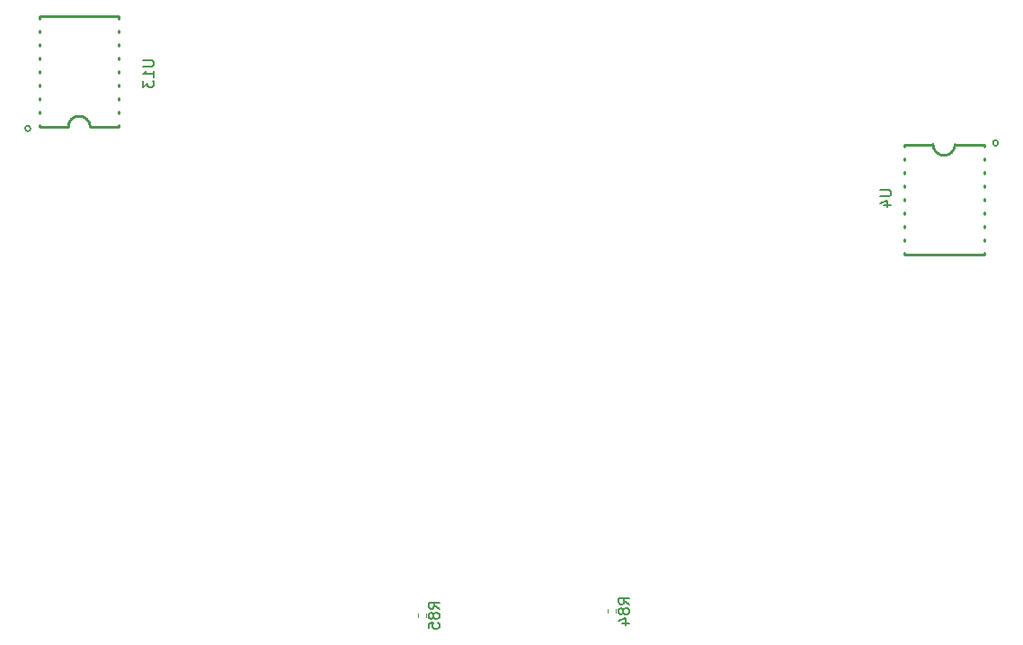
<source format=gbr>
%TF.GenerationSoftware,KiCad,Pcbnew,9.0.0*%
%TF.CreationDate,2025-06-09T15:05:36+02:00*%
%TF.ProjectId,stm32-fpga-bootloader,73746d33-322d-4667-9067-612d626f6f74,rev?*%
%TF.SameCoordinates,Original*%
%TF.FileFunction,Legend,Bot*%
%TF.FilePolarity,Positive*%
%FSLAX46Y46*%
G04 Gerber Fmt 4.6, Leading zero omitted, Abs format (unit mm)*
G04 Created by KiCad (PCBNEW 9.0.0) date 2025-06-09 15:05:36*
%MOMM*%
%LPD*%
G01*
G04 APERTURE LIST*
%ADD10C,0.150000*%
%ADD11C,0.120000*%
%ADD12C,0.254000*%
%ADD13C,0.127000*%
G04 APERTURE END LIST*
D10*
X158029819Y-121252142D02*
X157553628Y-120918809D01*
X158029819Y-120680714D02*
X157029819Y-120680714D01*
X157029819Y-120680714D02*
X157029819Y-121061666D01*
X157029819Y-121061666D02*
X157077438Y-121156904D01*
X157077438Y-121156904D02*
X157125057Y-121204523D01*
X157125057Y-121204523D02*
X157220295Y-121252142D01*
X157220295Y-121252142D02*
X157363152Y-121252142D01*
X157363152Y-121252142D02*
X157458390Y-121204523D01*
X157458390Y-121204523D02*
X157506009Y-121156904D01*
X157506009Y-121156904D02*
X157553628Y-121061666D01*
X157553628Y-121061666D02*
X157553628Y-120680714D01*
X157458390Y-121823571D02*
X157410771Y-121728333D01*
X157410771Y-121728333D02*
X157363152Y-121680714D01*
X157363152Y-121680714D02*
X157267914Y-121633095D01*
X157267914Y-121633095D02*
X157220295Y-121633095D01*
X157220295Y-121633095D02*
X157125057Y-121680714D01*
X157125057Y-121680714D02*
X157077438Y-121728333D01*
X157077438Y-121728333D02*
X157029819Y-121823571D01*
X157029819Y-121823571D02*
X157029819Y-122014047D01*
X157029819Y-122014047D02*
X157077438Y-122109285D01*
X157077438Y-122109285D02*
X157125057Y-122156904D01*
X157125057Y-122156904D02*
X157220295Y-122204523D01*
X157220295Y-122204523D02*
X157267914Y-122204523D01*
X157267914Y-122204523D02*
X157363152Y-122156904D01*
X157363152Y-122156904D02*
X157410771Y-122109285D01*
X157410771Y-122109285D02*
X157458390Y-122014047D01*
X157458390Y-122014047D02*
X157458390Y-121823571D01*
X157458390Y-121823571D02*
X157506009Y-121728333D01*
X157506009Y-121728333D02*
X157553628Y-121680714D01*
X157553628Y-121680714D02*
X157648866Y-121633095D01*
X157648866Y-121633095D02*
X157839342Y-121633095D01*
X157839342Y-121633095D02*
X157934580Y-121680714D01*
X157934580Y-121680714D02*
X157982200Y-121728333D01*
X157982200Y-121728333D02*
X158029819Y-121823571D01*
X158029819Y-121823571D02*
X158029819Y-122014047D01*
X158029819Y-122014047D02*
X157982200Y-122109285D01*
X157982200Y-122109285D02*
X157934580Y-122156904D01*
X157934580Y-122156904D02*
X157839342Y-122204523D01*
X157839342Y-122204523D02*
X157648866Y-122204523D01*
X157648866Y-122204523D02*
X157553628Y-122156904D01*
X157553628Y-122156904D02*
X157506009Y-122109285D01*
X157506009Y-122109285D02*
X157458390Y-122014047D01*
X157029819Y-123109285D02*
X157029819Y-122633095D01*
X157029819Y-122633095D02*
X157506009Y-122585476D01*
X157506009Y-122585476D02*
X157458390Y-122633095D01*
X157458390Y-122633095D02*
X157410771Y-122728333D01*
X157410771Y-122728333D02*
X157410771Y-122966428D01*
X157410771Y-122966428D02*
X157458390Y-123061666D01*
X157458390Y-123061666D02*
X157506009Y-123109285D01*
X157506009Y-123109285D02*
X157601247Y-123156904D01*
X157601247Y-123156904D02*
X157839342Y-123156904D01*
X157839342Y-123156904D02*
X157934580Y-123109285D01*
X157934580Y-123109285D02*
X157982200Y-123061666D01*
X157982200Y-123061666D02*
X158029819Y-122966428D01*
X158029819Y-122966428D02*
X158029819Y-122728333D01*
X158029819Y-122728333D02*
X157982200Y-122633095D01*
X157982200Y-122633095D02*
X157934580Y-122585476D01*
X175929819Y-120842142D02*
X175453628Y-120508809D01*
X175929819Y-120270714D02*
X174929819Y-120270714D01*
X174929819Y-120270714D02*
X174929819Y-120651666D01*
X174929819Y-120651666D02*
X174977438Y-120746904D01*
X174977438Y-120746904D02*
X175025057Y-120794523D01*
X175025057Y-120794523D02*
X175120295Y-120842142D01*
X175120295Y-120842142D02*
X175263152Y-120842142D01*
X175263152Y-120842142D02*
X175358390Y-120794523D01*
X175358390Y-120794523D02*
X175406009Y-120746904D01*
X175406009Y-120746904D02*
X175453628Y-120651666D01*
X175453628Y-120651666D02*
X175453628Y-120270714D01*
X175358390Y-121413571D02*
X175310771Y-121318333D01*
X175310771Y-121318333D02*
X175263152Y-121270714D01*
X175263152Y-121270714D02*
X175167914Y-121223095D01*
X175167914Y-121223095D02*
X175120295Y-121223095D01*
X175120295Y-121223095D02*
X175025057Y-121270714D01*
X175025057Y-121270714D02*
X174977438Y-121318333D01*
X174977438Y-121318333D02*
X174929819Y-121413571D01*
X174929819Y-121413571D02*
X174929819Y-121604047D01*
X174929819Y-121604047D02*
X174977438Y-121699285D01*
X174977438Y-121699285D02*
X175025057Y-121746904D01*
X175025057Y-121746904D02*
X175120295Y-121794523D01*
X175120295Y-121794523D02*
X175167914Y-121794523D01*
X175167914Y-121794523D02*
X175263152Y-121746904D01*
X175263152Y-121746904D02*
X175310771Y-121699285D01*
X175310771Y-121699285D02*
X175358390Y-121604047D01*
X175358390Y-121604047D02*
X175358390Y-121413571D01*
X175358390Y-121413571D02*
X175406009Y-121318333D01*
X175406009Y-121318333D02*
X175453628Y-121270714D01*
X175453628Y-121270714D02*
X175548866Y-121223095D01*
X175548866Y-121223095D02*
X175739342Y-121223095D01*
X175739342Y-121223095D02*
X175834580Y-121270714D01*
X175834580Y-121270714D02*
X175882200Y-121318333D01*
X175882200Y-121318333D02*
X175929819Y-121413571D01*
X175929819Y-121413571D02*
X175929819Y-121604047D01*
X175929819Y-121604047D02*
X175882200Y-121699285D01*
X175882200Y-121699285D02*
X175834580Y-121746904D01*
X175834580Y-121746904D02*
X175739342Y-121794523D01*
X175739342Y-121794523D02*
X175548866Y-121794523D01*
X175548866Y-121794523D02*
X175453628Y-121746904D01*
X175453628Y-121746904D02*
X175406009Y-121699285D01*
X175406009Y-121699285D02*
X175358390Y-121604047D01*
X175263152Y-122651666D02*
X175929819Y-122651666D01*
X174882200Y-122413571D02*
X175596485Y-122175476D01*
X175596485Y-122175476D02*
X175596485Y-122794523D01*
X199579819Y-81840845D02*
X200389342Y-81840845D01*
X200389342Y-81840845D02*
X200484580Y-81888464D01*
X200484580Y-81888464D02*
X200532200Y-81936083D01*
X200532200Y-81936083D02*
X200579819Y-82031321D01*
X200579819Y-82031321D02*
X200579819Y-82221797D01*
X200579819Y-82221797D02*
X200532200Y-82317035D01*
X200532200Y-82317035D02*
X200484580Y-82364654D01*
X200484580Y-82364654D02*
X200389342Y-82412273D01*
X200389342Y-82412273D02*
X199579819Y-82412273D01*
X199913152Y-83317035D02*
X200579819Y-83317035D01*
X199532200Y-83078940D02*
X200246485Y-82840845D01*
X200246485Y-82840845D02*
X200246485Y-83459892D01*
X130139819Y-69659155D02*
X130949342Y-69659155D01*
X130949342Y-69659155D02*
X131044580Y-69706774D01*
X131044580Y-69706774D02*
X131092200Y-69754393D01*
X131092200Y-69754393D02*
X131139819Y-69849631D01*
X131139819Y-69849631D02*
X131139819Y-70040107D01*
X131139819Y-70040107D02*
X131092200Y-70135345D01*
X131092200Y-70135345D02*
X131044580Y-70182964D01*
X131044580Y-70182964D02*
X130949342Y-70230583D01*
X130949342Y-70230583D02*
X130139819Y-70230583D01*
X131139819Y-71230583D02*
X131139819Y-70659155D01*
X131139819Y-70944869D02*
X130139819Y-70944869D01*
X130139819Y-70944869D02*
X130282676Y-70849631D01*
X130282676Y-70849631D02*
X130377914Y-70754393D01*
X130377914Y-70754393D02*
X130425533Y-70659155D01*
X130139819Y-71563917D02*
X130139819Y-72182964D01*
X130139819Y-72182964D02*
X130520771Y-71849631D01*
X130520771Y-71849631D02*
X130520771Y-71992488D01*
X130520771Y-71992488D02*
X130568390Y-72087726D01*
X130568390Y-72087726D02*
X130616009Y-72135345D01*
X130616009Y-72135345D02*
X130711247Y-72182964D01*
X130711247Y-72182964D02*
X130949342Y-72182964D01*
X130949342Y-72182964D02*
X131044580Y-72135345D01*
X131044580Y-72135345D02*
X131092200Y-72087726D01*
X131092200Y-72087726D02*
X131139819Y-71992488D01*
X131139819Y-71992488D02*
X131139819Y-71706774D01*
X131139819Y-71706774D02*
X131092200Y-71611536D01*
X131092200Y-71611536D02*
X131044580Y-71563917D01*
D11*
%TO.C,R85*%
X156025000Y-122048641D02*
X156025000Y-121741359D01*
X156785000Y-122048641D02*
X156785000Y-121741359D01*
%TO.C,R84*%
X173925000Y-121638641D02*
X173925000Y-121331359D01*
X174685000Y-121638641D02*
X174685000Y-121331359D01*
D12*
%TO.C,U4*%
X201855000Y-77565000D02*
X201855000Y-77771500D01*
X201855000Y-77565000D02*
X204545000Y-77565000D01*
X201855000Y-78868500D02*
X201855000Y-79041500D01*
X201855000Y-80138500D02*
X201855000Y-80311500D01*
X201855000Y-81408500D02*
X201855000Y-81581500D01*
X201855000Y-82678500D02*
X201855000Y-82851500D01*
X201855000Y-83948500D02*
X201855000Y-84121500D01*
X201855000Y-85218500D02*
X201855000Y-85391500D01*
X201855000Y-86488500D02*
X201855000Y-86661500D01*
X201855000Y-87758500D02*
X201855000Y-87965000D01*
X209355000Y-77565000D02*
X206621000Y-77565000D01*
X209355000Y-77565000D02*
X209355000Y-77771500D01*
X209355000Y-78868500D02*
X209355000Y-79041500D01*
X209355000Y-80138500D02*
X209355000Y-80311500D01*
X209355000Y-81408500D02*
X209355000Y-81581500D01*
X209355000Y-82678500D02*
X209355000Y-82851500D01*
X209355000Y-83948500D02*
X209355000Y-84121500D01*
X209355000Y-85218500D02*
X209355000Y-85391500D01*
X209355000Y-86488500D02*
X209355000Y-86661500D01*
X209355000Y-87758500D02*
X209355000Y-87965000D01*
X209355000Y-87965000D02*
X201855000Y-87965000D01*
X206621000Y-77565500D02*
G75*
G02*
X204545000Y-77565000I-1038000J0D01*
G01*
D13*
X210685000Y-77431000D02*
G75*
G02*
X210177000Y-77431000I-254000J0D01*
G01*
X210177000Y-77431000D02*
G75*
G02*
X210685000Y-77431000I254000J0D01*
G01*
D12*
%TO.C,U13*%
X120355000Y-65535000D02*
X127855000Y-65535000D01*
X120355000Y-65741500D02*
X120355000Y-65535000D01*
X120355000Y-67011500D02*
X120355000Y-66838500D01*
X120355000Y-68281500D02*
X120355000Y-68108500D01*
X120355000Y-69551500D02*
X120355000Y-69378500D01*
X120355000Y-70821500D02*
X120355000Y-70648500D01*
X120355000Y-72091500D02*
X120355000Y-71918500D01*
X120355000Y-73361500D02*
X120355000Y-73188500D01*
X120355000Y-74631500D02*
X120355000Y-74458500D01*
X120355000Y-75935000D02*
X120355000Y-75728500D01*
X120355000Y-75935000D02*
X123089000Y-75935000D01*
X127855000Y-65741500D02*
X127855000Y-65535000D01*
X127855000Y-67011500D02*
X127855000Y-66838500D01*
X127855000Y-68281500D02*
X127855000Y-68108500D01*
X127855000Y-69551500D02*
X127855000Y-69378500D01*
X127855000Y-70821500D02*
X127855000Y-70648500D01*
X127855000Y-72091500D02*
X127855000Y-71918500D01*
X127855000Y-73361500D02*
X127855000Y-73188500D01*
X127855000Y-74631500D02*
X127855000Y-74458500D01*
X127855000Y-75935000D02*
X125165000Y-75935000D01*
X127855000Y-75935000D02*
X127855000Y-75728500D01*
X123089000Y-75934500D02*
G75*
G02*
X125165000Y-75935000I1038000J0D01*
G01*
D13*
X119533000Y-76069000D02*
G75*
G02*
X119025000Y-76069000I-254000J0D01*
G01*
X119025000Y-76069000D02*
G75*
G02*
X119533000Y-76069000I254000J0D01*
G01*
%TD*%
M02*

</source>
